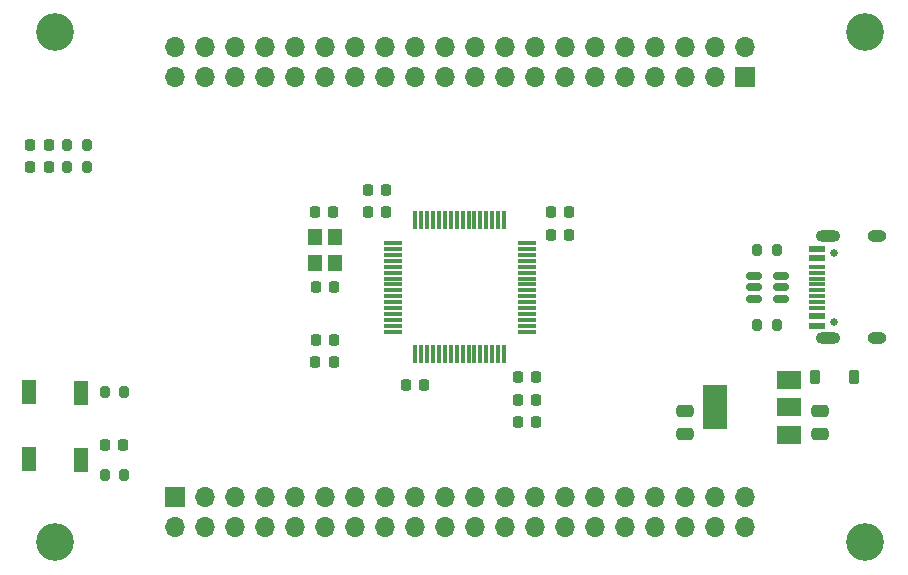
<source format=gbr>
G04 #@! TF.GenerationSoftware,KiCad,Pcbnew,7.0.5+dfsg-2*
G04 #@! TF.CreationDate,2023-07-13T12:51:53+08:00*
G04 #@! TF.ProjectId,mcustm32f405,6d637573-746d-4333-9266-3430352e6b69,a*
G04 #@! TF.SameCoordinates,PX57cf3f8PY8841978*
G04 #@! TF.FileFunction,Soldermask,Top*
G04 #@! TF.FilePolarity,Negative*
%FSLAX46Y46*%
G04 Gerber Fmt 4.6, Leading zero omitted, Abs format (unit mm)*
G04 Created by KiCad (PCBNEW 7.0.5+dfsg-2) date 2023-07-13 12:51:53*
%MOMM*%
%LPD*%
G01*
G04 APERTURE LIST*
G04 Aperture macros list*
%AMRoundRect*
0 Rectangle with rounded corners*
0 $1 Rounding radius*
0 $2 $3 $4 $5 $6 $7 $8 $9 X,Y pos of 4 corners*
0 Add a 4 corners polygon primitive as box body*
4,1,4,$2,$3,$4,$5,$6,$7,$8,$9,$2,$3,0*
0 Add four circle primitives for the rounded corners*
1,1,$1+$1,$2,$3*
1,1,$1+$1,$4,$5*
1,1,$1+$1,$6,$7*
1,1,$1+$1,$8,$9*
0 Add four rect primitives between the rounded corners*
20,1,$1+$1,$2,$3,$4,$5,0*
20,1,$1+$1,$4,$5,$6,$7,0*
20,1,$1+$1,$6,$7,$8,$9,0*
20,1,$1+$1,$8,$9,$2,$3,0*%
G04 Aperture macros list end*
%ADD10R,1.200000X2.000000*%
%ADD11RoundRect,0.225000X-0.225000X-0.375000X0.225000X-0.375000X0.225000X0.375000X-0.225000X0.375000X0*%
%ADD12C,0.650000*%
%ADD13R,1.450000X0.600000*%
%ADD14R,1.450000X0.300000*%
%ADD15O,2.100000X1.000000*%
%ADD16O,1.600000X1.000000*%
%ADD17RoundRect,0.225000X0.225000X0.250000X-0.225000X0.250000X-0.225000X-0.250000X0.225000X-0.250000X0*%
%ADD18RoundRect,0.225000X-0.225000X-0.250000X0.225000X-0.250000X0.225000X0.250000X-0.225000X0.250000X0*%
%ADD19R,2.000000X1.500000*%
%ADD20R,2.000000X3.800000*%
%ADD21RoundRect,0.250000X-0.475000X0.250000X-0.475000X-0.250000X0.475000X-0.250000X0.475000X0.250000X0*%
%ADD22RoundRect,0.218750X0.218750X0.256250X-0.218750X0.256250X-0.218750X-0.256250X0.218750X-0.256250X0*%
%ADD23RoundRect,0.200000X-0.200000X-0.275000X0.200000X-0.275000X0.200000X0.275000X-0.200000X0.275000X0*%
%ADD24RoundRect,0.150000X-0.512500X-0.150000X0.512500X-0.150000X0.512500X0.150000X-0.512500X0.150000X0*%
%ADD25RoundRect,0.200000X0.200000X0.275000X-0.200000X0.275000X-0.200000X-0.275000X0.200000X-0.275000X0*%
%ADD26R,1.200000X1.400000*%
%ADD27R,1.700000X1.700000*%
%ADD28O,1.700000X1.700000*%
%ADD29RoundRect,0.218750X-0.218750X-0.256250X0.218750X-0.256250X0.218750X0.256250X-0.218750X0.256250X0*%
%ADD30RoundRect,0.075000X-0.700000X-0.075000X0.700000X-0.075000X0.700000X0.075000X-0.700000X0.075000X0*%
%ADD31RoundRect,0.075000X-0.075000X-0.700000X0.075000X-0.700000X0.075000X0.700000X-0.075000X0.700000X0*%
%ADD32C,3.200000*%
G04 APERTURE END LIST*
D10*
G04 #@! TO.C,SW1*
X23835000Y26720000D03*
X28235000Y26670000D03*
G04 #@! TD*
G04 #@! TO.C,SW2*
X28235000Y32335000D03*
X23835000Y32385000D03*
G04 #@! TD*
D11*
G04 #@! TO.C,D1*
X90425000Y33655000D03*
X93725000Y33655000D03*
G04 #@! TD*
D12*
G04 #@! TO.C,J1*
X92015000Y38385000D03*
X92015000Y44165000D03*
D13*
X90570000Y38025000D03*
X90570000Y38825000D03*
D14*
X90570000Y40025000D03*
X90570000Y41025000D03*
X90570000Y41525000D03*
X90570000Y42525000D03*
D13*
X90570000Y43725000D03*
X90570000Y44525000D03*
X90570000Y44525000D03*
X90570000Y43725000D03*
D14*
X90570000Y43025000D03*
X90570000Y42025000D03*
X90570000Y40525000D03*
X90570000Y39525000D03*
D13*
X90570000Y38825000D03*
X90570000Y38025000D03*
D15*
X91485000Y36955000D03*
D16*
X95665000Y36955000D03*
D15*
X91485000Y45595000D03*
D16*
X95665000Y45595000D03*
G04 #@! TD*
D17*
G04 #@! TO.C,C5*
X54115000Y49530000D03*
X52565000Y49530000D03*
G04 #@! TD*
D18*
G04 #@! TO.C,C6*
X68050000Y47625000D03*
X69600000Y47625000D03*
G04 #@! TD*
G04 #@! TO.C,C7*
X65265000Y33655000D03*
X66815000Y33655000D03*
G04 #@! TD*
D17*
G04 #@! TO.C,C10*
X57290000Y33020000D03*
X55740000Y33020000D03*
G04 #@! TD*
D19*
G04 #@! TO.C,U1*
X88240000Y28815000D03*
X88240000Y31115000D03*
D20*
X81940000Y31115000D03*
D19*
X88240000Y33415000D03*
G04 #@! TD*
D21*
G04 #@! TO.C,C1*
X90805000Y30795000D03*
X90805000Y28895000D03*
G04 #@! TD*
D18*
G04 #@! TO.C,C9*
X30300000Y27940000D03*
X31850000Y27940000D03*
G04 #@! TD*
D22*
G04 #@! TO.C,D2*
X25552500Y53340000D03*
X23977500Y53340000D03*
G04 #@! TD*
G04 #@! TO.C,D3*
X25552500Y51435000D03*
X23977500Y51435000D03*
G04 #@! TD*
D23*
G04 #@! TO.C,R1*
X85535000Y38100000D03*
X87185000Y38100000D03*
G04 #@! TD*
G04 #@! TO.C,R2*
X85535000Y44450000D03*
X87185000Y44450000D03*
G04 #@! TD*
G04 #@! TO.C,R5*
X27115000Y53340000D03*
X28765000Y53340000D03*
G04 #@! TD*
G04 #@! TO.C,R6*
X27115000Y51435000D03*
X28765000Y51435000D03*
G04 #@! TD*
D18*
G04 #@! TO.C,C11*
X48050000Y47625000D03*
X49600000Y47625000D03*
G04 #@! TD*
D17*
G04 #@! TO.C,C13*
X49670000Y41275000D03*
X48120000Y41275000D03*
G04 #@! TD*
D24*
G04 #@! TO.C,U2*
X85222500Y42225000D03*
X85222500Y41275000D03*
X85222500Y40325000D03*
X87497500Y40325000D03*
X87497500Y41275000D03*
X87497500Y42225000D03*
G04 #@! TD*
D18*
G04 #@! TO.C,C4*
X65265000Y31750000D03*
X66815000Y31750000D03*
G04 #@! TD*
G04 #@! TO.C,C12*
X65265000Y29845000D03*
X66815000Y29845000D03*
G04 #@! TD*
G04 #@! TO.C,C14*
X68050000Y45720000D03*
X69600000Y45720000D03*
G04 #@! TD*
D25*
G04 #@! TO.C,R3*
X31940000Y25400000D03*
X30290000Y25400000D03*
G04 #@! TD*
D23*
G04 #@! TO.C,R4*
X30290000Y32385000D03*
X31940000Y32385000D03*
G04 #@! TD*
D26*
G04 #@! TO.C,Y1*
X48045000Y45550000D03*
X48045000Y43350000D03*
X49745000Y43350000D03*
X49745000Y45550000D03*
G04 #@! TD*
D21*
G04 #@! TO.C,C3*
X79375000Y30795000D03*
X79375000Y28895000D03*
G04 #@! TD*
D17*
G04 #@! TO.C,C8*
X49670000Y36830000D03*
X48120000Y36830000D03*
G04 #@! TD*
D27*
G04 #@! TO.C,J2*
X36195000Y23495000D03*
D28*
X36195000Y20955000D03*
X38735000Y23495000D03*
X38735000Y20955000D03*
X41275000Y23495000D03*
X41275000Y20955000D03*
X43815000Y23495000D03*
X43815000Y20955000D03*
X46355000Y23495000D03*
X46355000Y20955000D03*
X48895000Y23495000D03*
X48895000Y20955000D03*
X51435000Y23495000D03*
X51435000Y20955000D03*
X53975000Y23495000D03*
X53975000Y20955000D03*
X56515000Y23495000D03*
X56515000Y20955000D03*
X59055000Y23495000D03*
X59055000Y20955000D03*
X61595000Y23495000D03*
X61595000Y20955000D03*
X64135000Y23495000D03*
X64135000Y20955000D03*
X66675000Y23495000D03*
X66675000Y20955000D03*
X69215000Y23495000D03*
X69215000Y20955000D03*
X71755000Y23495000D03*
X71755000Y20955000D03*
X74295000Y23495000D03*
X74295000Y20955000D03*
X76835000Y23495000D03*
X76835000Y20955000D03*
X79375000Y23495000D03*
X79375000Y20955000D03*
X81915000Y23495000D03*
X81915000Y20955000D03*
X84455000Y23495000D03*
X84455000Y20955000D03*
G04 #@! TD*
D29*
G04 #@! TO.C,FB1*
X48107500Y34925000D03*
X49682500Y34925000D03*
G04 #@! TD*
D30*
G04 #@! TO.C,U3*
X54650000Y45025000D03*
X54650000Y44525000D03*
X54650000Y44025000D03*
X54650000Y43525000D03*
X54650000Y43025000D03*
X54650000Y42525000D03*
X54650000Y42025000D03*
X54650000Y41525000D03*
X54650000Y41025000D03*
X54650000Y40525000D03*
X54650000Y40025000D03*
X54650000Y39525000D03*
X54650000Y39025000D03*
X54650000Y38525000D03*
X54650000Y38025000D03*
X54650000Y37525000D03*
D31*
X56575000Y35600000D03*
X57075000Y35600000D03*
X57575000Y35600000D03*
X58075000Y35600000D03*
X58575000Y35600000D03*
X59075000Y35600000D03*
X59575000Y35600000D03*
X60075000Y35600000D03*
X60575000Y35600000D03*
X61075000Y35600000D03*
X61575000Y35600000D03*
X62075000Y35600000D03*
X62575000Y35600000D03*
X63075000Y35600000D03*
X63575000Y35600000D03*
X64075000Y35600000D03*
D30*
X66000000Y37525000D03*
X66000000Y38025000D03*
X66000000Y38525000D03*
X66000000Y39025000D03*
X66000000Y39525000D03*
X66000000Y40025000D03*
X66000000Y40525000D03*
X66000000Y41025000D03*
X66000000Y41525000D03*
X66000000Y42025000D03*
X66000000Y42525000D03*
X66000000Y43025000D03*
X66000000Y43525000D03*
X66000000Y44025000D03*
X66000000Y44525000D03*
X66000000Y45025000D03*
D31*
X64075000Y46950000D03*
X63575000Y46950000D03*
X63075000Y46950000D03*
X62575000Y46950000D03*
X62075000Y46950000D03*
X61575000Y46950000D03*
X61075000Y46950000D03*
X60575000Y46950000D03*
X60075000Y46950000D03*
X59575000Y46950000D03*
X59075000Y46950000D03*
X58575000Y46950000D03*
X58075000Y46950000D03*
X57575000Y46950000D03*
X57075000Y46950000D03*
X56575000Y46950000D03*
G04 #@! TD*
D27*
G04 #@! TO.C,J3*
X84455000Y59055000D03*
D28*
X84455000Y61595000D03*
X81915000Y59055000D03*
X81915000Y61595000D03*
X79375000Y59055000D03*
X79375000Y61595000D03*
X76835000Y59055000D03*
X76835000Y61595000D03*
X74295000Y59055000D03*
X74295000Y61595000D03*
X71755000Y59055000D03*
X71755000Y61595000D03*
X69215000Y59055000D03*
X69215000Y61595000D03*
X66675000Y59055000D03*
X66675000Y61595000D03*
X64135000Y59055000D03*
X64135000Y61595000D03*
X61595000Y59055000D03*
X61595000Y61595000D03*
X59055000Y59055000D03*
X59055000Y61595000D03*
X56515000Y59055000D03*
X56515000Y61595000D03*
X53975000Y59055000D03*
X53975000Y61595000D03*
X51435000Y59055000D03*
X51435000Y61595000D03*
X48895000Y59055000D03*
X48895000Y61595000D03*
X46355000Y59055000D03*
X46355000Y61595000D03*
X43815000Y59055000D03*
X43815000Y61595000D03*
X41275000Y59055000D03*
X41275000Y61595000D03*
X38735000Y59055000D03*
X38735000Y61595000D03*
X36195000Y59055000D03*
X36195000Y61595000D03*
G04 #@! TD*
D17*
G04 #@! TO.C,C2*
X54115000Y47625000D03*
X52565000Y47625000D03*
G04 #@! TD*
D32*
G04 #@! TO.C,J4*
X26035000Y62865000D03*
X26035000Y19685000D03*
X94615000Y62865000D03*
X94615000Y19685000D03*
G04 #@! TD*
M02*

</source>
